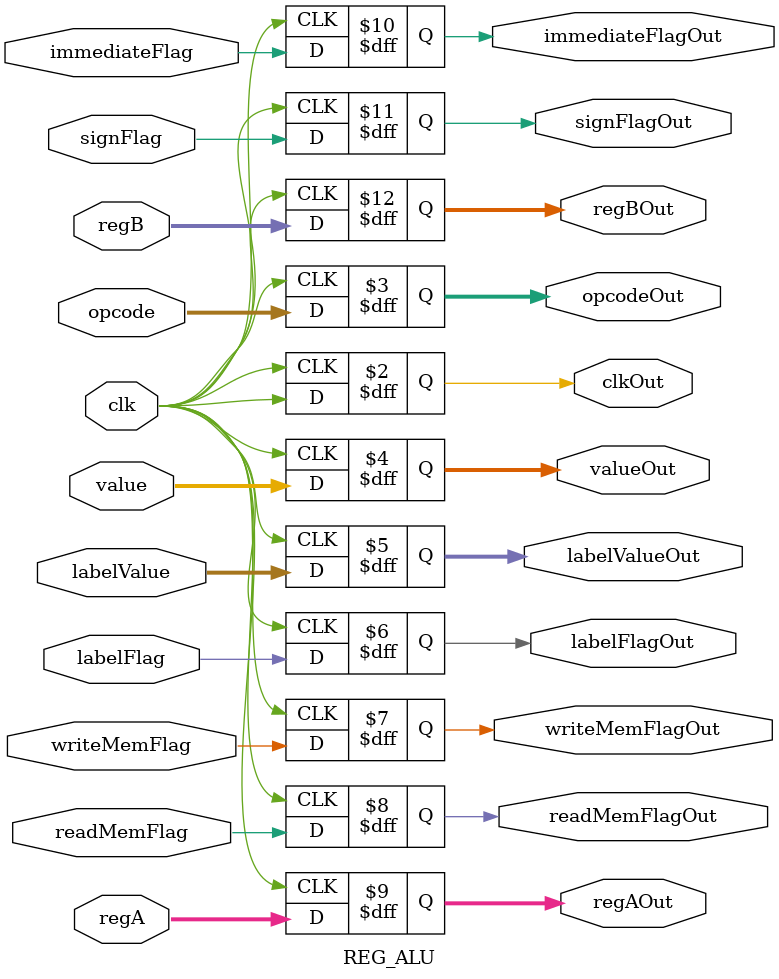
<source format=sv>
module REG_ALU(

input clk,
input [3:0] opcode,
input [7:0] value,
input [7:0] labelValue,
input labelFlag,
input writeMemFlag,
input readMemFlag,
input [7:0] regA,
input immediateFlag,
input signFlag,
input [7:0] regB,

output clkOut,
output [3:0] opcodeOut,
output [7:0] valueOut,
output [7:0] labelValueOut,
output labelFlagOut,
output writeMemFlagOut,
output readMemFlagOut,
output [7:0] regAOut,
output immediateFlagOut,
output signFlagOut,
output [7:0] regBOut
);


always @ (posedge clk)
begin

clkOut = clk;
opcodeOut = opcode;
valueOut = value;
labelValueOut = labelValue;
labelFlagOut = labelFlag;
writeMemFlagOut = writeMemFlag;
readMemFlagOut = readMemFlag;
regAOut = regA;
immediateFlagOut = immediateFlag;
signFlagOut = signFlag;
regBOut = regB;

end


endmodule
</source>
